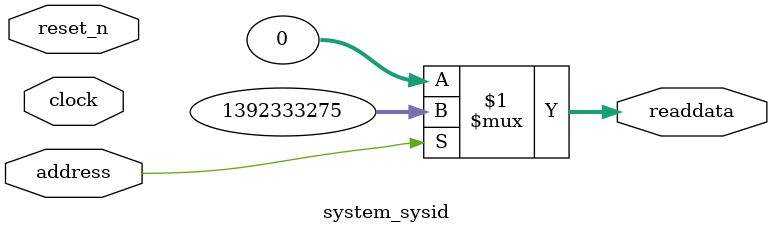
<source format=v>

`timescale 1ns / 1ps
// synthesis translate_on

// turn off superfluous verilog processor warnings 
// altera message_level Level1 
// altera message_off 10034 10035 10036 10037 10230 10240 10030 

module system_sysid (
               // inputs:
                address,
                clock,
                reset_n,

               // outputs:
                readdata
             )
;

  output  [ 31: 0] readdata;
  input            address;
  input            clock;
  input            reset_n;

  wire    [ 31: 0] readdata;
  //control_slave, which is an e_avalon_slave
  assign readdata = address ? 1392333275 : 0;

endmodule




</source>
